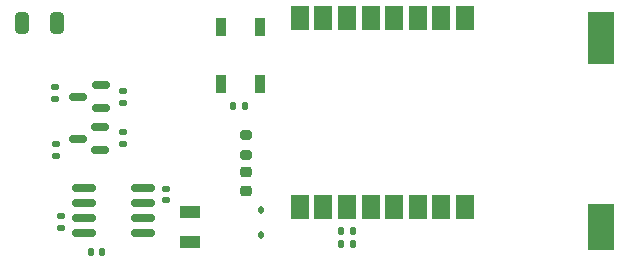
<source format=gtp>
G04 #@! TF.GenerationSoftware,KiCad,Pcbnew,7.0.7*
G04 #@! TF.CreationDate,2023-12-10T12:53:02-04:00*
G04 #@! TF.ProjectId,pi zero hat,7069207a-6572-46f2-9068-61742e6b6963,rev?*
G04 #@! TF.SameCoordinates,Original*
G04 #@! TF.FileFunction,Paste,Top*
G04 #@! TF.FilePolarity,Positive*
%FSLAX46Y46*%
G04 Gerber Fmt 4.6, Leading zero omitted, Abs format (unit mm)*
G04 Created by KiCad (PCBNEW 7.0.7) date 2023-12-10 12:53:02*
%MOMM*%
%LPD*%
G01*
G04 APERTURE LIST*
G04 Aperture macros list*
%AMRoundRect*
0 Rectangle with rounded corners*
0 $1 Rounding radius*
0 $2 $3 $4 $5 $6 $7 $8 $9 X,Y pos of 4 corners*
0 Add a 4 corners polygon primitive as box body*
4,1,4,$2,$3,$4,$5,$6,$7,$8,$9,$2,$3,0*
0 Add four circle primitives for the rounded corners*
1,1,$1+$1,$2,$3*
1,1,$1+$1,$4,$5*
1,1,$1+$1,$6,$7*
1,1,$1+$1,$8,$9*
0 Add four rect primitives between the rounded corners*
20,1,$1+$1,$2,$3,$4,$5,0*
20,1,$1+$1,$4,$5,$6,$7,0*
20,1,$1+$1,$6,$7,$8,$9,0*
20,1,$1+$1,$8,$9,$2,$3,0*%
G04 Aperture macros list end*
%ADD10R,1.500000X2.000000*%
%ADD11RoundRect,0.140000X-0.140000X-0.170000X0.140000X-0.170000X0.140000X0.170000X-0.140000X0.170000X0*%
%ADD12RoundRect,0.140000X0.140000X0.170000X-0.140000X0.170000X-0.140000X-0.170000X0.140000X-0.170000X0*%
%ADD13RoundRect,0.140000X0.170000X-0.140000X0.170000X0.140000X-0.170000X0.140000X-0.170000X-0.140000X0*%
%ADD14RoundRect,0.135000X0.185000X-0.135000X0.185000X0.135000X-0.185000X0.135000X-0.185000X-0.135000X0*%
%ADD15RoundRect,0.218750X0.256250X-0.218750X0.256250X0.218750X-0.256250X0.218750X-0.256250X-0.218750X0*%
%ADD16RoundRect,0.150000X0.825000X0.150000X-0.825000X0.150000X-0.825000X-0.150000X0.825000X-0.150000X0*%
%ADD17RoundRect,0.135000X-0.185000X0.135000X-0.185000X-0.135000X0.185000X-0.135000X0.185000X0.135000X0*%
%ADD18RoundRect,0.250000X0.325000X0.650000X-0.325000X0.650000X-0.325000X-0.650000X0.325000X-0.650000X0*%
%ADD19RoundRect,0.150000X0.587500X0.150000X-0.587500X0.150000X-0.587500X-0.150000X0.587500X-0.150000X0*%
%ADD20R,1.800000X1.000000*%
%ADD21RoundRect,0.112500X0.112500X-0.187500X0.112500X0.187500X-0.112500X0.187500X-0.112500X-0.187500X0*%
%ADD22R,2.200000X4.400000*%
%ADD23R,2.200000X4.000000*%
%ADD24RoundRect,0.200000X-0.275000X0.200000X-0.275000X-0.200000X0.275000X-0.200000X0.275000X0.200000X0*%
%ADD25R,0.900000X1.500000*%
G04 APERTURE END LIST*
D10*
X127950000Y-94050000D03*
X129950000Y-94050000D03*
X131950000Y-94050000D03*
X133950000Y-94050000D03*
X135950000Y-94050000D03*
X137950000Y-94050000D03*
X139950000Y-94050000D03*
X141950000Y-94050000D03*
X141950000Y-78050000D03*
X139950000Y-78050000D03*
X137950000Y-78050000D03*
X135950000Y-78050000D03*
X133950000Y-78050000D03*
X131950000Y-78050000D03*
X129950000Y-78050000D03*
X127950000Y-78050000D03*
D11*
X110245000Y-97875000D03*
X111205000Y-97875000D03*
D12*
X132430000Y-97200000D03*
X131470000Y-97200000D03*
D13*
X116650000Y-93460000D03*
X116650000Y-92500000D03*
D14*
X107725000Y-95820000D03*
X107725000Y-94800000D03*
D15*
X123400000Y-92687500D03*
X123400000Y-91112500D03*
D16*
X114650000Y-96250000D03*
X114650000Y-94980000D03*
X114650000Y-93710000D03*
X114650000Y-92440000D03*
X109700000Y-92440000D03*
X109700000Y-93710000D03*
X109700000Y-94980000D03*
X109700000Y-96250000D03*
D17*
X113000000Y-84250000D03*
X113000000Y-85270000D03*
D18*
X107375000Y-78500000D03*
X104425000Y-78500000D03*
D19*
X111037500Y-89210000D03*
X111037500Y-87310000D03*
X109162500Y-88260000D03*
D14*
X107200000Y-84910000D03*
X107200000Y-83890000D03*
D17*
X107300000Y-88690000D03*
X107300000Y-89710000D03*
D12*
X132430000Y-96100000D03*
X131470000Y-96100000D03*
D20*
X118650000Y-97000000D03*
X118650000Y-94500000D03*
D21*
X124700000Y-96400000D03*
X124700000Y-94300000D03*
D19*
X111100000Y-85660000D03*
X111100000Y-83760000D03*
X109225000Y-84710000D03*
D11*
X122340000Y-85500000D03*
X123300000Y-85500000D03*
D22*
X153500000Y-79750000D03*
D23*
X153500000Y-95750000D03*
D17*
X113000000Y-87730000D03*
X113000000Y-88750000D03*
D24*
X123400000Y-87975000D03*
X123400000Y-89625000D03*
D25*
X121300000Y-83680000D03*
X124600000Y-83680000D03*
X124600000Y-78780000D03*
X121300000Y-78780000D03*
M02*

</source>
